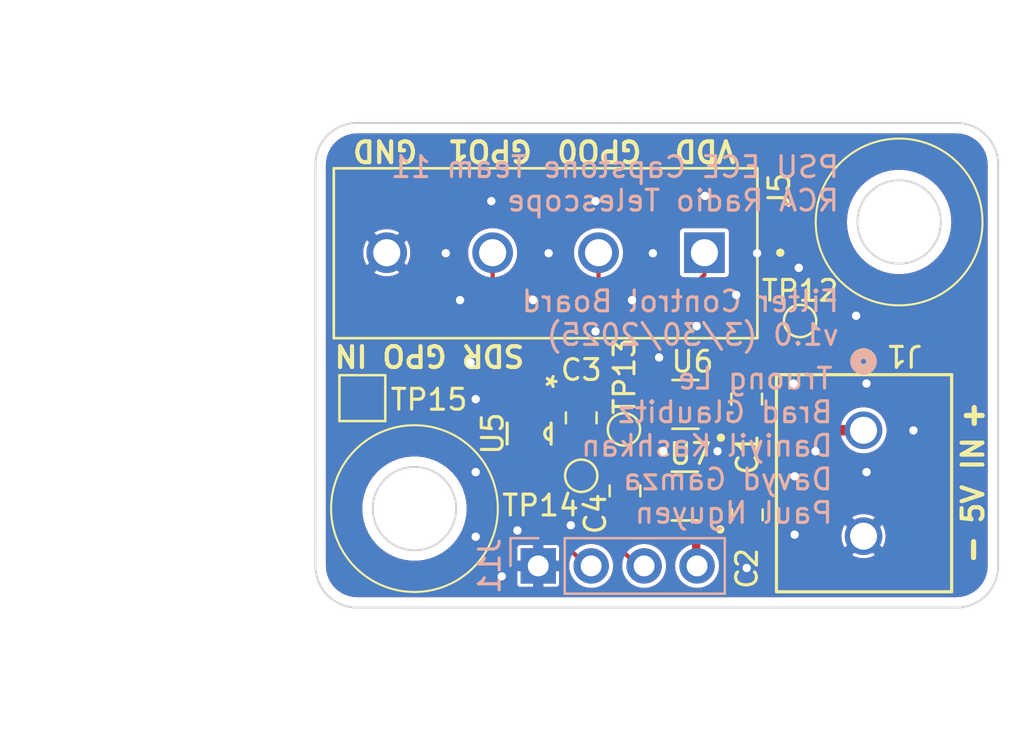
<source format=kicad_pcb>
(kicad_pcb (version 20240108) (generator "pcbnew") (generator_version "8.0")
  (title_block (title "RCA Telescope PCBs") (date "2025-03-30"))
  (layers (0 "F.Cu" signal) (31 "B.Cu" signal) (34 "B.Paste" user) (35 "F.Paste" user) (36 "B.SilkS" user "B.Silkscreen") (37 "F.SilkS" user "F.Silkscreen") (38 "B.Mask" user) (39 "F.Mask" user) (44 "Edge.Cuts" user))
  (net 0 "")
  (net 1 "/SDR_GPO_1")
  (net 2 "/SDR_GPO_0")
  (net 3 "/SDR_GPO_VDD")
  (net 4 "/FiltersCTRL/5V_IN")
  (net 5 "/FiltersCTRL/+1V8")
  (net 6 "/FILTERCTRL_GND")
  (net 7 "/FiltersCTRL/+3V3")
  (net 8 "/FiltersCTRL/VSEL_2")
  (net 9 "/FiltersCTRL/VSEL_1")
  (footprint "Capacitor_SMD:C_0805_2012Metric" (layer "F.Cu") (at 214.3125 33.25 90)
    (property "Reference" "C1" (at -2.65 0.0375 90) (layer "F.SilkS"))
    (property "Value" "1 uF")
    (fp_line (start -0.261252 -0.735) (end 0.261252 -0.735) (stroke (width 0.12)) (layer "F.SilkS"))
    (fp_line (start -0.261252 0.735) (end 0.261252 0.735) (stroke (width 0.12)) (layer "F.SilkS"))
    (pad "1" smd roundrect (at -0.95 0 90) (size 1 1.45) (layers "F.Cu" "F.Paste" "F.Mask") (net 4 "/FiltersCTRL/5V_IN"))
    (pad "2" smd roundrect (at 0.95 0 90) (size 1 1.45) (layers "F.Cu" "F.Paste" "F.Mask") (net 6 "/FILTERCTRL_GND"))
  )
  (footprint "Capacitor_SMD:C_0805_2012Metric" (layer "F.Cu") (at 214.3425 38.8 -90)
    (property "Reference" "C2" (at 2.575 0.0175 90) (layer "F.SilkS"))
    (property "Value" "1 uF")
    (fp_line (start -0.261252 0.735) (end 0.261252 0.735) (stroke (width 0.12)) (layer "F.SilkS"))
    (fp_line (start -0.261252 -0.735) (end 0.261252 -0.735) (stroke (width 0.12)) (layer "F.SilkS"))
    (pad "1" smd roundrect (at -0.95 0 270) (size 1 1.45) (layers "F.Cu" "F.Paste" "F.Mask") (net 4 "/FiltersCTRL/5V_IN"))
    (pad "2" smd roundrect (at 0.95 0 270) (size 1 1.45) (layers "F.Cu" "F.Paste" "F.Mask") (net 6 "/FILTERCTRL_GND"))
  )
  (footprint "Library:DCU8" (layer "F.Cu") (at 203.875 34.9 -90)
    (property "Reference" "U5" (at 0 1.75 90) (layer "F.SilkS"))
    (property "Value" "SN74AVC2T45DCUR")
    (fp_line (start -0.505705 1.0541) (end 0.505705 1.0541) (stroke (width 0.1524)) (layer "F.SilkS"))
    (fp_line (start 0.505705 -1.0541) (end -0.505705 -1.0541) (stroke (width 0.1524)) (layer "F.SilkS"))
    (fp_arc (start 0.3048 -1.0541) (mid 0 -0.7493) (end -0.3048 -1.0541) (stroke (width 0.1524)) (layer "F.SilkS"))
    (fp_text user "*" (at -2.5 -0.75 -90) (layer "F.SilkS"))
    (pad "1" smd rect (at -1.3716 -0.750001 270) (size 1.1684 0.254) (layers "F.Cu" "F.Paste" "F.Mask") (net 3 "/SDR_GPO_VDD"))
    (pad "2" smd rect (at -1.3716 -0.25 270) (size 1.1684 0.254) (layers "F.Cu" "F.Paste" "F.Mask") (net 2 "/SDR_GPO_0"))
    (pad "3" smd rect (at -1.3716 0.25 270) (size 1.1684 0.254) (layers "F.Cu" "F.Paste" "F.Mask") (net 1 "/SDR_GPO_1"))
    (pad "4" smd rect (at -1.3716 0.750001 270) (size 1.1684 0.254) (layers "F.Cu" "F.Paste" "F.Mask") (net 6 "/FILTERCTRL_GND"))
    (pad "5" smd rect (at 1.3716 0.750001 270) (size 1.1684 0.254) (layers "F.Cu" "F.Paste" "F.Mask") (net 3 "/SDR_GPO_VDD"))
    (pad "6" smd rect (at 1.3716 0.25 270) (size 1.1684 0.254) (layers "F.Cu" "F.Paste" "F.Mask") (net 8 "/FiltersCTRL/VSEL_2"))
    (pad "7" smd rect (at 1.3716 -0.25 270) (size 1.1684 0.254) (layers "F.Cu" "F.Paste" "F.Mask") (net 9 "/FiltersCTRL/VSEL_1"))
    (pad "8" smd rect (at 1.3716 -0.750001 270) (size 1.1684 0.254) (layers "F.Cu" "F.Paste" "F.Mask") (net 5 "/FiltersCTRL/+1V8"))
  )
  (footprint "Library:TestPoint_Pad_D1.0mm_Edit" (layer "F.Cu") (at 216.875 29.5)
    (property "Reference" "TP12" (at 0 -1.448 0) (layer "F.SilkS"))
    (property "Value" "FCTRL_VIN")
    (fp_circle (center 0 0) (end 0 0.775) (stroke (width 0.12)) (fill none) (layer "F.SilkS"))
    (pad "1" smd circle (at 0 0) (size 1 1) (layers "F.Cu" "F.Mask") (net 4 "/FiltersCTRL/5V_IN"))
  )
  (footprint "Library:SOT65P210X110-5N" (layer "F.Cu") (at 211.375 33.5 180)
    (property "Reference" "U6" (at -0.3375 2.05 0) (layer "F.SilkS"))
    (property "Value" "MIC5365-1.8YC5-TR")
    (fp_line (start 0.625 -1.17) (end -0.625 -1.17) (stroke (width 0.127)) (layer "F.SilkS"))
    (fp_line (start -0.625 1.17) (end 0.625 1.17) (stroke (width 0.127)) (layer "F.SilkS"))
    (fp_circle (center -1.7 -1.6) (end -1.6 -1.6) (stroke (width 0.2)) (fill none) (layer "F.SilkS"))
    (pad "1" smd rect (at -0.97 -0.6875 180) (size 1.17 0.375) (layers "F.Cu" "F.Paste" "F.Mask") (net 4 "/FiltersCTRL/5V_IN"))
    (pad "2" smd rect (at -0.97 0 180) (size 1.17 0.3) (layers "F.Cu" "F.Paste" "F.Mask") (net 6 "/FILTERCTRL_GND"))
    (pad "3" smd rect (at -0.97 0.6625 180) (size 1.17 0.375) (layers "F.Cu" "F.Paste" "F.Mask") (net 4 "/FiltersCTRL/5V_IN"))
    (pad "4" smd rect (at 0.97 0.65 180) (size 1.17 0.4) (layers "F.Cu" "F.Paste" "F.Mask"))
    (pad "5" smd rect (at 0.97 -0.65 180) (size 1.17 0.4) (layers "F.Cu" "F.Paste" "F.Mask") (net 5 "/FiltersCTRL/+1V8"))
  )
  (footprint "Library:SOT65P210X110-5N" (layer "F.Cu") (at 211.3425 37.9 180)
    (property "Reference" "U7" (at -0.27 2.025 0) (layer "F.SilkS"))
    (property "Value" "MIC5365-3.3YC5-TR")
    (fp_line (start 0.625 -1.17) (end -0.625 -1.17) (stroke (width 0.127)) (layer "F.SilkS"))
    (fp_line (start -0.625 1.17) (end 0.625 1.17) (stroke (width 0.127)) (layer "F.SilkS"))
    (fp_circle (center -1.7 -1.6) (end -1.6 -1.6) (stroke (width 0.2)) (fill none) (layer "F.SilkS"))
    (pad "1" smd rect (at -0.97 -0.6875 180) (size 1.17 0.375) (layers "F.Cu" "F.Paste" "F.Mask") (net 4 "/FiltersCTRL/5V_IN"))
    (pad "2" smd rect (at -0.97 0 180) (size 1.17 0.3) (layers "F.Cu" "F.Paste" "F.Mask") (net 6 "/FILTERCTRL_GND"))
    (pad "3" smd rect (at -0.97 0.6625 180) (size 1.17 0.375) (layers "F.Cu" "F.Paste" "F.Mask") (net 4 "/FiltersCTRL/5V_IN"))
    (pad "4" smd rect (at 0.97 0.65 180) (size 1.17 0.4) (layers "F.Cu" "F.Paste" "F.Mask"))
    (pad "5" smd rect (at 0.97 -0.65 180) (size 1.17 0.4) (layers "F.Cu" "F.Paste" "F.Mask") (net 7 "/FiltersCTRL/+3V3"))
  )
  (footprint "Library:PHOENIX_1729144" (layer "F.Cu") (at 214.825 22.175 180)
    (property "Reference" "J5" (at -1.05 -1.075 90) (layer "F.SilkS"))
    (property "Value" "Input from SDR")
    (fp_line (start 20.32 0) (end 20.32 -8.15) (stroke (width 0.127)) (layer "F.SilkS"))
    (fp_line (start 20.32 -8.15) (end 0 -8.15) (stroke (width 0.127)) (layer "F.SilkS"))
    (fp_line (start 0 0) (end 20.32 0) (stroke (width 0.127)) (layer "F.SilkS"))
    (fp_line (start 0 -8.15) (end 0 0) (stroke (width 0.127)) (layer "F.SilkS"))
    (fp_circle (center -1.1 -4.05) (end -1 -4.05) (stroke (width 0.2)) (fill none) (layer "F.SilkS"))
    (pad "1" thru_hole rect (at 2.54 -4.05 180) (size 1.95 1.95) (drill 1.3) (layers "*.Cu" "*.Mask") (net 3 "/SDR_GPO_VDD"))
    (pad "2" thru_hole circle (at 7.62 -4.05 180) (size 1.95 1.95) (drill 1.3) (layers "*.Cu" "*.Mask") (net 2 "/SDR_GPO_0"))
    (pad "3" thru_hole circle (at 12.7 -4.05 180) (size 1.95 1.95) (drill 1.3) (layers "*.Cu" "*.Mask") (net 1 "/SDR_GPO_1"))
    (pad "4" thru_hole circle (at 17.78 -4.05 180) (size 1.95 1.95) (drill 1.3) (layers "*.Cu" "*.Mask") (net 6 "/FILTERCTRL_GND"))
  )
  (footprint "Library:TestPoint_Pad_D1.0mm_Edit" (layer "F.Cu") (at 208.425 34.7)
    (property "Reference" "TP13" (at 0.025 -2.55 90) (layer "F.SilkS"))
    (property "Value" "FCTRL_1V8")
    (fp_circle (center 0 0) (end 0 0.775) (stroke (width 0.12)) (fill none) (layer "F.SilkS"))
    (pad "1" smd circle (at 0 0) (size 1 1) (layers "F.Cu" "F.Mask") (net 5 "/FiltersCTRL/+1V8"))
  )
  (footprint "Library:CONN_1729128_PXC" (layer "F.Cu") (at 219.917501 34.7434 -90)
    (property "Reference" "J1" (at -3.57 -1.957499 180) (layer "F.SilkS"))
    (property "Value" "5V In For Filter Board")
    (fp_circle (center -3.302 0) (end -2.921 0) (stroke (width 0.508)) (fill none) (layer "B.SilkS"))
    (fp_line (start -2.667 4.177) (end 7.747 4.177) (stroke (width 0.1524)) (layer "F.SilkS"))
    (fp_line (start 7.747 4.177) (end 7.747 -4.226999) (stroke (width 0.1524)) (layer "F.SilkS"))
    (fp_line (start -2.667 -4.226999) (end -2.667 4.177) (stroke (width 0.1524)) (layer "F.SilkS"))
    (fp_line (start 7.747 -4.226999) (end -2.667 -4.226999) (stroke (width 0.1524)) (layer "F.SilkS"))
    (fp_circle (center -3.302 0) (end -2.921 0) (stroke (width 0.508)) (fill none) (layer "F.SilkS"))
    (pad "1" thru_hole circle (at 0 0 270) (size 1.8034 1.8034) (drill 1.2954) (layers "*.Cu" "*.Mask") (net 4 "/FiltersCTRL/5V_IN"))
    (pad "2" thru_hole circle (at 5.08 0 270) (size 1.8034 1.8034) (drill 1.2954) (layers "*.Cu" "*.Mask") (net 6 "/FILTERCTRL_GND"))
  )
  (footprint "Library:Kikit_Board_Label" (layer "F.Cu") (at 196.7125 19.95)
    (property "Reference" "FC")
    (property "Value" "Kikit_Board_Label")
  )
  (footprint "Capacitor_SMD:C_0805_2012Metric" (layer "F.Cu") (at 206.375 34.15 -90)
    (property "Reference" "C3" (at -2.3 0 0) (layer "F.SilkS"))
    (property "Value" "1 uF")
    (fp_line (start -0.261252 0.735) (end 0.261252 0.735) (stroke (width 0.12)) (layer "F.SilkS"))
    (fp_line (start -0.261252 -0.735) (end 0.261252 -0.735) (stroke (width 0.12)) (layer "F.SilkS"))
    (pad "1" smd roundrect (at -0.95 0 270) (size 1 1.45) (layers "F.Cu" "F.Paste" "F.Mask") (net 6 "/FILTERCTRL_GND"))
    (pad "2" smd roundrect (at 0.95 0 270) (size 1 1.45) (layers "F.Cu" "F.Paste" "F.Mask") (net 5 "/FiltersCTRL/+1V8"))
  )
  (footprint "Capacitor_SMD:C_0805_2012Metric" (layer "F.Cu") (at 208.475 37.65 -90)
    (property "Reference" "C4" (at 1.1 1.425 90) (layer "F.SilkS"))
    (property "Value" "1 uF")
    (fp_line (start -0.261252 0.735) (end 0.261252 0.735) (stroke (width 0.12)) (layer "F.SilkS"))
    (fp_line (start -0.261252 -0.735) (end 0.261252 -0.735) (stroke (width 0.12)) (layer "F.SilkS"))
    (pad "1" smd roundrect (at -0.95 0 270) (size 1 1.45) (layers "F.Cu" "F.Paste" "F.Mask") (net 6 "/FILTERCTRL_GND"))
    (pad "2" smd roundrect (at 0.95 0 270) (size 1 1.45) (layers "F.Cu" "F.Paste" "F.Mask") (net 7 "/FiltersCTRL/+3V3"))
  )
  (footprint "Library:TestPoint_Pad_D1.0mm_Edit" (layer "F.Cu") (at 206.375 36.925)
    (property "Reference" "TP14" (at -1.95 1.425 0) (layer "F.SilkS"))
    (property "Value" "FCTRL_3V3")
    (fp_circle (center 0 0) (end 0 0.775) (stroke (width 0.12)) (fill none) (layer "F.SilkS"))
    (pad "1" smd circle (at 0 0) (size 1 1) (layers "F.Cu" "F.Mask") (net 7 "/FiltersCTRL/+3V3"))
  )
  (footprint "Library:TestPoint_Pad_1.5x1.5mm_Edit" (layer "F.Cu") (at 195.875 33.2 180)
    (property "Reference" "TP15" (at -3.2 -0.075 0) (layer "F.SilkS"))
    (property "Value" "FCTRL_GND")
    (fp_line (start 1.1 1.1) (end -1.1 1.1) (stroke (width 0.12)) (layer "F.SilkS"))
    (fp_line (start 1.1 -1.1) (end 1.1 1.1) (stroke (width 0.12)) (layer "F.SilkS"))
    (fp_line (start -1.1 1.1) (end -1.1 -1.1) (stroke (width 0.12)) (layer "F.SilkS"))
    (fp_line (start -1.1 -1.1) (end 1.1 -1.1) (stroke (width 0.12)) (layer "F.SilkS"))
    (pad "1" smd rect (at 0 0 180) (size 1.5 1.5) (layers "F.Cu" "F.Mask") (net 6 "/FILTERCTRL_GND"))
  )
  (footprint "Connector_PinHeader_2.54mm:PinHeader_1x04_P2.54mm_Vertical" (layer "B.Cu") (at 204.3125 41.25 -90)
    (property "Reference" "J11" (at 0 2.33 90) (layer "B.SilkS") (effects (justify mirror)))
    (property "Value" "Screw_Terminal_01x04")
    (fp_line (start -1.33 1.33) (end -1.33 0) (stroke (width 0.12)) (layer "B.SilkS"))
    (fp_line (start 0 1.33) (end -1.33 1.33) (stroke (width 0.12)) (layer "B.SilkS"))
    (fp_line (start 1.33 -1.27) (end -1.33 -1.27) (stroke (width 0.12)) (layer "B.SilkS"))
    (fp_line (start -1.33 -8.95) (end -1.33 -1.27) (stroke (width 0.12)) (layer "B.SilkS"))
    (fp_line (start 1.33 -8.95) (end 1.33 -1.27) (stroke (width 0.12)) (layer "B.SilkS"))
    (fp_line (start 1.33 -8.95) (end -1.33 -8.95) (stroke (width 0.12)) (layer "B.SilkS"))
    (pad "1" thru_hole rect (at 0 0 270) (size 1.7 1.7) (drill 1) (layers "*.Cu" "*.Mask") (net 6 "/FILTERCTRL_GND"))
    (pad "2" thru_hole oval (at 0 -2.54 270) (size 1.7 1.7) (drill 1) (layers "*.Cu" "*.Mask") (net 8 "/FiltersCTRL/VSEL_2"))
    (pad "3" thru_hole oval (at 0 -5.08 270) (size 1.7 1.7) (drill 1) (layers "*.Cu" "*.Mask") (net 9 "/FiltersCTRL/VSEL_1"))
    (pad "4" thru_hole oval (at 0 -7.62 270) (size 1.7 1.7) (drill 1) (layers "*.Cu" "*.Mask") (net 7 "/FiltersCTRL/+3V3"))
  )
  (gr_circle (center 198.375 38.5) (end 202.375 38.5) (stroke (width 0.1)) (fill none) (layer "F.SilkS"))
  (gr_circle (center 221.625 24.75) (end 225.625 24.75) (stroke (width 0.1)) (fill none) (layer "F.SilkS"))
  (gr_line (start 224.375 43.25) (end 195.625 43.25) (stroke (width 0.1)) (layer "Edge.Cuts"))
  (gr_arc (start 226.375 41.25) (mid 225.789213 42.664213) (end 224.375 43.25) (stroke (width 0.1)) (layer "Edge.Cuts"))
  (gr_arc (start 195.625 43.25) (mid 194.210786 42.664213) (end 193.625 41.25) (stroke (width 0.1)) (layer "Edge.Cuts"))
  (gr_line (start 226.375 22) (end 226.375 41.25) (stroke (width 0.1)) (layer "Edge.Cuts"))
  (gr_circle (center 221.625 24.75) (end 223.624999 24.75) (stroke (width 0.1)) (fill none) (layer "Edge.Cuts"))
  (gr_line (start 193.625 41.25) (end 193.625 22) (stroke (width 0.1)) (layer "Edge.Cuts"))
  (gr_arc (start 193.625 22) (mid 194.210786 20.585786) (end 195.625 20) (stroke (width 0.1)) (layer "Edge.Cuts"))
  (gr_arc (start 224.375 20) (mid 225.789213 20.585786) (end 226.375 22) (stroke (width 0.1)) (layer "Edge.Cuts"))
  (gr_circle (center 198.375 38.5) (end 200.374999 38.5) (stroke (width 0.1)) (fill none) (layer "Edge.Cuts"))
  (gr_line (start 195.625 20) (end 224.375 20) (stroke (width 0.1)) (layer "Edge.Cuts"))
  (gr_text "PSU ECE Capstone Team 11\nRCA Radio Telescope\n\n\nFilter Control Board\nv1.0 (3/30/2025)" (at 218.825 30.75 0) (layer "B.SilkS") (effects (font (size 1 1)) (justify left bottom mirror)))
  (gr_text "Truong Le\nBrad Glaubitz \nDaniyil Kashkan\nDavyd Gamza\nPaul Nguyen\n\n" (at 218.525 40.9 0) (layer "B.SilkS") (effects (font (size 1 1)) (justify left bottom mirror)))
  (gr_text "GND" (at 198.625 20.75 180) (layer "F.SilkS") (effects (font (size 1 1) (thickness 0.2) (bold yes)) (justify left bottom)))
  (gr_text "5V IN" (at 225.755001 39.3266 90) (layer "F.SilkS") (effects (font (size 1 1) (thickness 0.2) (bold yes)) (justify left bottom)))
  (gr_text "GPO1" (at 204.125 20.75 180) (layer "F.SilkS") (effects (font (size 1 1) (thickness 0.2) (bold yes)) (justify left bottom)))
  (gr_text "VDD" (at 213.875 20.75 180) (layer "F.SilkS") (effects (font (size 1 1) (thickness 0.2) (bold yes)) (justify left bottom)))
  (gr_text "SDR GPO IN" (at 203.75 30.575 180) (layer "F.SilkS") (effects (font (size 1 1) (thickness 0.2) (bold yes)) (justify left bottom)))
  (gr_text "GPO0" (at 209.375 20.75 180) (layer "F.SilkS") (effects (font (size 1 1) (thickness 0.2) (bold yes)) (justify left bottom)))
  (gr_text "-" (at 225.7125 41.25 90) (layer "F.SilkS") (effects (font (size 1 1) (thickness 0.25) (bold yes)) (justify left bottom)))
  (gr_text "+" (at 224.7125 33.25 -90) (layer "F.SilkS") (effects (font (size 1 1) (thickness 0.25) (bold yes)) (justify left bottom)))
  (segment (start 202.125 26.225) (end 202.125 30.757499) (width 0.2) (layer "F.Cu") (net 1))
  (segment (start 202.125 30.757499) (end 203.625 32.257499) (width 0.2) (layer "F.Cu") (net 1))
  (segment (start 203.625 32.257499) (end 203.625 33.5284) (width 0.2) (layer "F.Cu") (net 1))
  (segment (start 207.205 28.00375) (end 204.125 31.08375) (width 0.2) (layer "F.Cu") (net 2))
  (segment (start 207.205 26.225) (end 207.205 28.00375) (width 0.2) (layer "F.Cu") (net 2))
  (segment (start 204.125 31.08375) (end 204.125 33.5284) (width 0.2) (layer "F.Cu") (net 2))
  (segment (start 204.625001 34.289599) (end 204.527 34.3876) (width 0.15) (layer "F.Cu") (net 3))
  (segment (start 204.625001 33.1425) (end 204.625001 33.492499) (width 0.2) (layer "F.Cu") (net 3))
  (segment (start 212.285 26.225) (end 212.285 27.282501) (width 0.2) (layer "F.Cu") (net 3))
  (segment (start 208.367501 31.2) (end 206.567501 31.2) (width 0.2) (layer "F.Cu") (net 3))
  (segment (start 203.7624 34.3876) (end 203.124999 35.025001) (width 0.15) (layer "F.Cu") (net 3))
  (segment (start 204.527 34.3876) (end 203.7624 34.3876) (width 0.15) (layer "F.Cu") (net 3))
  (segment (start 212.285 27.282501) (end 208.367501 31.2) (width 0.2) (layer "F.Cu") (net 3))
  (segment (start 206.567501 31.2) (end 204.625001 33.1425) (width 0.2) (layer "F.Cu") (net 3))
  (segment (start 204.625001 33.5284) (end 204.625001 34.289599) (width 0.15) (layer "F.Cu") (net 3))
  (segment (start 203.124999 35.025001) (end 203.124999 36.2716) (width 0.15) (layer "F.Cu") (net 3))
  (segment (start 213.4 33.125) (end 213.1125 32.8375) (width 0.25) (layer "F.Cu") (net 4))
  (segment (start 216.9425 34.35) (end 214.3425 36.95) (width 0.5) (layer "F.Cu") (net 4))
  (segment (start 213.2225 38.375) (end 213.2225 37.9) (width 0.25) (layer "F.Cu") (net 4))
  (segment (start 214.3 34.1875) (end 213.375 34.1875) (width 0.25) (layer "F.Cu") (net 4))
  (segment (start 216.9425 34.35) (end 214.3125 34.35) (width 0.5) (layer "F.Cu") (net 4))
  (segment (start 214.3425 36.95) (end 214.3425 37.85) (width 0.5) (layer "F.Cu") (net 4))
  (segment (start 218.2125 34.35) (end 218.2125 32.3375) (width 0.2) (layer "F.Cu") (net 4))
  (segment (start 213.2225 37.425) (end 213.2225 38.02) (width 0.25) (layer "F.Cu") (net 4))
  (segment (start 218.2125 32.3375) (end 216.875 31) (width 0.2) (layer "F.Cu") (net 4))
  (segment (start 213.01 38.5875) (end 213.2225 38.375) (width 0.25) (layer "F.Cu") (net 4))
  (segment (start 214.3125 33.125) (end 213.4 33.125) (width 0.25) (layer "F.Cu") (net 4))
  (segment (start 213.375 34.1875) (end 212.095 34.1875) (width 0.25) (layer "F.Cu") (net 4))
  (segment (start 214.3125 34.2) (end 214.4625 34.35) (width 0.25) (layer "F.Cu") (net 4))
  (segment (start 218.6059 34.7434) (end 219.917501 34.7434) (width 0.5) (layer "F.Cu") (net 4))
  (segment (start 214.3125 34.2) (end 214.3 34.1875) (width 0.25) (layer "F.Cu") (net 4))
  (segment (start 218.2125 34.35) (end 216.9425 34.35) (width 0.5) (layer "F.Cu") (net 4))
  (segment (start 212.3625 37.2375) (end 213.035 37.2375) (width 0.25) (layer "F.Cu") (net 4))
  (segment (start 212.3625 38.5875) (end 213.01 38.5875) (width 0.25) (layer "F.Cu") (net 4))
  (segment (start 212.375 37.25) (end 212.3625 37.2375) (width 0.2) (layer "F.Cu") (net 4))
  (segment (start 214.3559 34.3934) (end 214.3125 34.35) (width 0.25) (layer "F.Cu") (net 4))
  (segment (start 218.2125 34.35) (end 218.6059 34.7434) (width 0.5) (layer "F.Cu") (net 4))
  (segment (start 213.035 37.2375) (end 213.2225 37.425) (width 0.25) (layer "F.Cu") (net 4))
  (segment (start 216.875 29.5) (end 216.875 31) (width 0.25) (layer "F.Cu") (net 4))
  (segment (start 214.3125 34.2) (end 214.3125 33.125) (width 0.25) (layer "F.Cu") (net 4))
  (segment (start 213.1125 32.8375) (end 212.095 32.8375) (width 0.25) (layer "F.Cu") (net 4))
  (segment (start 213.3425 37.9) (end 213.9425 37.9) (width 0.25) (layer "F.Cu") (net 4))
  (segment (start 206.8425 35.1) (end 204.775 35.1) (width 0.15) (layer "F.Cu") (net 5))
  (segment (start 208.175 34.95) (end 206.9925 34.95) (width 0.25) (layer "F.Cu") (net 5))
  (segment (start 210.155 34.15) (end 208.975 34.15) (width 0.25) (layer "F.Cu") (net 5))
  (segment (start 204.625001 35.249999) (end 204.625001 36.2716) (width 0.15) (layer "F.Cu") (net 5))
  (segment (start 206.8125 34.95) (end 206.7625 34.9) (width 0.15) (layer "F.Cu") (net 5))
  (segment (start 206.9925 34.95) (end 206.8425 35.1) (width 0.15) (layer "F.Cu") (net 5))
  (segment (start 208.975 34.15) (end 208.175 34.95) (width 0.25) (layer "F.Cu") (net 5))
  (segment (start 204.775 35.1) (end 204.625001 35.249999) (width 0.15) (layer "F.Cu") (net 5))
  (via (at 210.3125 35.75) (size 0.7) (drill 0.4) (layers "F.Cu" "B.Cu") (net 6))
  (via (at 202.0625 23.75) (size 0.7) (drill 0.4) (layers "F.Cu" "B.Cu") (net 6))
  (via (at 220.0625 32.5) (size 0.7) (drill 0.4) (layers "F.Cu" "B.Cu") (net 6))
  (via (at 217.6125 35.75) (size 0.7) (drill 0.4) (layers "F.Cu" "B.Cu") (net 6))
  (via (at 201.3125 36.75) (size 0.7) (drill 0.4) (layers "F.Cu" "B.Cu") (net 6))
  (via (at 219.5625 29.25) (size 0.7) (drill 0.4) (layers "F.Cu" "B.Cu") (net 6))
  (via (at 201.0625 31.5) (size 0.7) (drill 0.4) (layers "F.Cu" "B.Cu") (net 6))
  (via (at 203.3125 39.55) (size 0.7) (drill 0.4) (layers "F.Cu" "B.Cu") (net 6))
  (via (at 204.8125 26.25) (size 0.7) (drill 0.4) (layers "F.Cu" "B.Cu") (net 6))
  (via (at 214.8125 26.25) (size 0.7) (drill 0.4) (layers "F.Cu" "B.Cu") (net 6))
  (via (at 207.0625 30) (size 0.7) (drill 0.4) (layers "F.Cu" "B.Cu") (net 6))
  (via (at 216.6125 36.95) (size 0.7) (drill 0.4) (layers "F.Cu" "B.Cu") (net 6))
  (via (at 211.9125 29.75) (size 0.7) (drill 0.4) (layers "F.Cu" "B.Cu") (net 6))
  (via (at 212.9125 35.75) (size 0.7) (drill 0.4) (layers "F.Cu" "B.Cu") (net 6))
  (via (at 212.3125 23.5) (size 0.7) (drill 0.4) (layers "F.Cu" "B.Cu") (net 6))
  (via (at 220.0625 36.75) (size 0.7) (drill 0.4) (layers "F.Cu" "B.Cu") (net 6))
  (via (at 201.3125 39.85) (size 0.7) (drill 0.4) (layers "F.Cu" "B.Cu") (net 6))
  (via (at 204.0625 28.5) (size 0.7) (drill 0.4) (layers "F.Cu" "B.Cu") (net 6))
  (via (at 222.3125 34.75) (size 0.7) (drill 0.4) (layers "F.Cu" "B.Cu") (net 6))
  (via (at 208.8125 28.5) (size 0.7) (drill 0.4) (layers "F.Cu" "B.Cu") (net 6))
  (via (at 214.3125 41.35) (size 0.7) (drill 0.4) (layers "F.Cu" "B.Cu") (net 6))
  (via (at 216.6125 39.75) (size 0.7) (drill 0.4) (layers "F.Cu" "B.Cu") (net 6))
  (via (at 200.5625 28.5) (size 0.7) (drill 0.4) (layers "F.Cu" "B.Cu") (net 6))
  (via (at 205.875 39.3) (size 0.7) (drill 0.4) (layers "F.Cu" "B.Cu") (net 6))
  (via (at 202.5625 41.75) (size 0.7) (drill 0.4) (layers "F.Cu" "B.Cu") (net 6))
  (via (at 216.8125 26.95) (size 0.7) (drill 0.4) (layers "F.Cu" "B.Cu") (net 6))
  (via (at 216.5625 32.5) (size 0.7) (drill 0.4) (layers "F.Cu" "B.Cu") (net 6))
  (via (at 201.3125 33.25) (size 0.7) (drill 0.4) (layers "F.Cu" "B.Cu") (net 6))
  (via (at 209.8125 26.25) (size 0.7) (drill 0.4) (layers "F.Cu" "B.Cu") (net 6))
  (via (at 207.0625 23.75) (size 0.7) (drill 0.4) (layers "F.Cu" "B.Cu") (net 6))
  (via (at 199.875 26.25) (size 0.7) (drill 0.4) (layers "F.Cu" "B.Cu") (net 6))
  (via (at 210.1125 31.25) (size 0.7) (drill 0.4) (layers "F.Cu" "B.Cu") (net 6))
  (via (at 213.8125 28.25) (size 0.7) (drill 0.4) (layers "F.Cu" "B.Cu") (net 6))
  (segment (start 211.8925 40.105) (end 211.8925 41.25) (width 0.4) (layer "F.Cu") (net 7))
  (segment (start 210.3725 38.55) (end 208.3425 38.55) (width 0.25) (layer "F.Cu") (net 7))
  (segment (start 207.875 38.6) (end 206.275 37) (width 0.15) (layer "F.Cu") (net 7))
  (segment (start 208.3425 38.55) (end 209.2925 39.5) (width 0.4) (layer "F.Cu") (net 7))
  (segment (start 209.2925 39.5) (end 211.2875 39.5) (width 0.4) (layer "F.Cu") (net 7))
  (segment (start 211.2875 39.5) (end 211.8925 40.105) (width 0.4) (layer "F.Cu") (net 7))
  (segment (start 208.475 38.6) (end 207.875 38.6) (width 0.15) (layer "F.Cu") (net 7))
  (segment (start 203.625 38.25) (end 206.625 41.25) (width 0.2) (layer "F.Cu") (net 8))
  (segment (start 203.625 36.2716) (end 203.625 38.25) (width 0.2) (layer "F.Cu") (net 8))
  (segment (start 206.625 41.25) (end 206.61 41.25) (width 0.2) (layer "F.Cu") (net 8))
  (segment (start 209.076471 41.25) (end 205.726471 37.9) (width 0.2) (layer "F.Cu") (net 9))
  (segment (start 204.125 37.082799) (end 204.125 36.2716) (width 0.2) (layer "F.Cu") (net 9))
  (segment (start 204.942201 37.9) (end 204.125 37.082799) (width 0.2) (layer "F.Cu") (net 9))
  (segment (start 205.726471 37.9) (end 204.942201 37.9) (width 0.2) (layer "F.Cu") (net 9))
  (zone (net 6) (net_name "/FILTERCTRL_GND") (layers "F&B.Cu") (name "FILTERCTRL_GNDFILL") (connect_pads (clearance 0.2)) (min_thickness 0.1524) (fill yes (thermal_gap 0.1524) (thermal_bridge_width 0.5) (smoothing fillet) (radius 0.2))
    (polygon (pts (xy 227.625 19) (xy 192.625 19) (xy 192.625 44) (xy 227.625 44)))
  )
)
</source>
